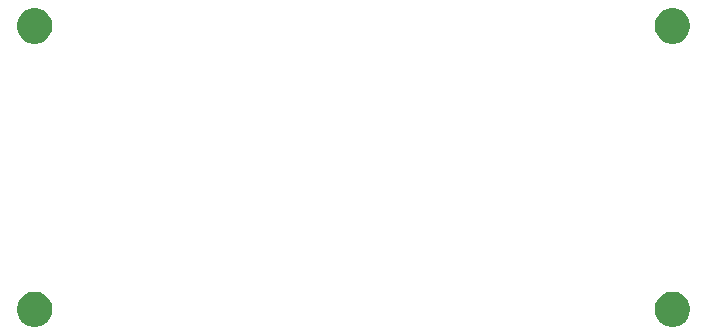
<source format=gbr>
%TF.GenerationSoftware,Altium Limited,Altium Designer,24.7.2 (38)*%
G04 Layer_Color=0*
%FSLAX43Y43*%
%MOMM*%
%TF.SameCoordinates,A6C98B59-F63B-4C8E-8392-574C2285590F*%
%TF.FilePolarity,Positive*%
%TF.FileFunction,NonPlated,1,2,NPTH,Drill*%
%TF.Part,Single*%
G01*
G75*
G36*
X55500Y3000D02*
Y2852D01*
X55558Y2562D01*
X55671Y2289D01*
X55835Y2044D01*
X56044Y1835D01*
X56289Y1671D01*
X56562Y1558D01*
X56852Y1500D01*
X57000D01*
X57148D01*
X57438Y1558D01*
X57711Y1671D01*
X57956Y1835D01*
X58165Y2044D01*
X58329Y2289D01*
X58442Y2562D01*
X58500Y2852D01*
Y3000D01*
Y3148D01*
X58442Y3438D01*
X58329Y3711D01*
X58165Y3956D01*
X57956Y4165D01*
X57711Y4329D01*
X57438Y4442D01*
X57148Y4500D01*
X57000D01*
X56852D01*
X56562Y4442D01*
X56289Y4329D01*
X56044Y4165D01*
X55835Y3956D01*
X55671Y3711D01*
X55558Y3438D01*
X55500Y3148D01*
Y3000D01*
D01*
D02*
G37*
G36*
Y27000D02*
Y26852D01*
X55558Y26562D01*
X55671Y26289D01*
X55835Y26044D01*
X56044Y25835D01*
X56289Y25671D01*
X56562Y25558D01*
X56852Y25500D01*
X57000D01*
X57148D01*
X57438Y25558D01*
X57711Y25671D01*
X57956Y25835D01*
X58165Y26044D01*
X58329Y26289D01*
X58442Y26562D01*
X58500Y26852D01*
Y27000D01*
Y27148D01*
X58442Y27438D01*
X58329Y27711D01*
X58165Y27956D01*
X57956Y28165D01*
X57711Y28329D01*
X57438Y28442D01*
X57148Y28500D01*
X57000D01*
X56852D01*
X56562Y28442D01*
X56289Y28329D01*
X56044Y28165D01*
X55835Y27956D01*
X55671Y27711D01*
X55558Y27438D01*
X55500Y27148D01*
Y27000D01*
D01*
D02*
G37*
G36*
X1500D02*
Y26852D01*
X1558Y26562D01*
X1671Y26289D01*
X1835Y26044D01*
X2044Y25835D01*
X2289Y25671D01*
X2562Y25558D01*
X2852Y25500D01*
X3000D01*
X3148D01*
X3438Y25558D01*
X3711Y25671D01*
X3956Y25835D01*
X4165Y26044D01*
X4329Y26289D01*
X4442Y26562D01*
X4500Y26852D01*
Y27000D01*
Y27148D01*
X4442Y27438D01*
X4329Y27711D01*
X4165Y27956D01*
X3956Y28165D01*
X3711Y28329D01*
X3438Y28442D01*
X3148Y28500D01*
X3000D01*
X2852D01*
X2562Y28442D01*
X2289Y28329D01*
X2044Y28165D01*
X1835Y27956D01*
X1671Y27711D01*
X1558Y27438D01*
X1500Y27148D01*
Y27000D01*
D01*
D02*
G37*
G36*
Y3000D02*
Y2852D01*
X1558Y2562D01*
X1671Y2289D01*
X1835Y2044D01*
X2044Y1835D01*
X2289Y1671D01*
X2562Y1558D01*
X2852Y1500D01*
X3000D01*
X3148D01*
X3438Y1558D01*
X3711Y1671D01*
X3956Y1835D01*
X4165Y2044D01*
X4329Y2289D01*
X4442Y2562D01*
X4500Y2852D01*
Y3000D01*
Y3148D01*
X4442Y3438D01*
X4329Y3711D01*
X4165Y3956D01*
X3956Y4165D01*
X3711Y4329D01*
X3438Y4442D01*
X3148Y4500D01*
X3000D01*
X2852D01*
X2562Y4442D01*
X2289Y4329D01*
X2044Y4165D01*
X1835Y3956D01*
X1671Y3711D01*
X1558Y3438D01*
X1500Y3148D01*
Y3000D01*
D01*
D02*
G37*
%TF.MD5,406ff5c531dbbbfe0b4f2eda3b75e2e2*%
M02*

</source>
